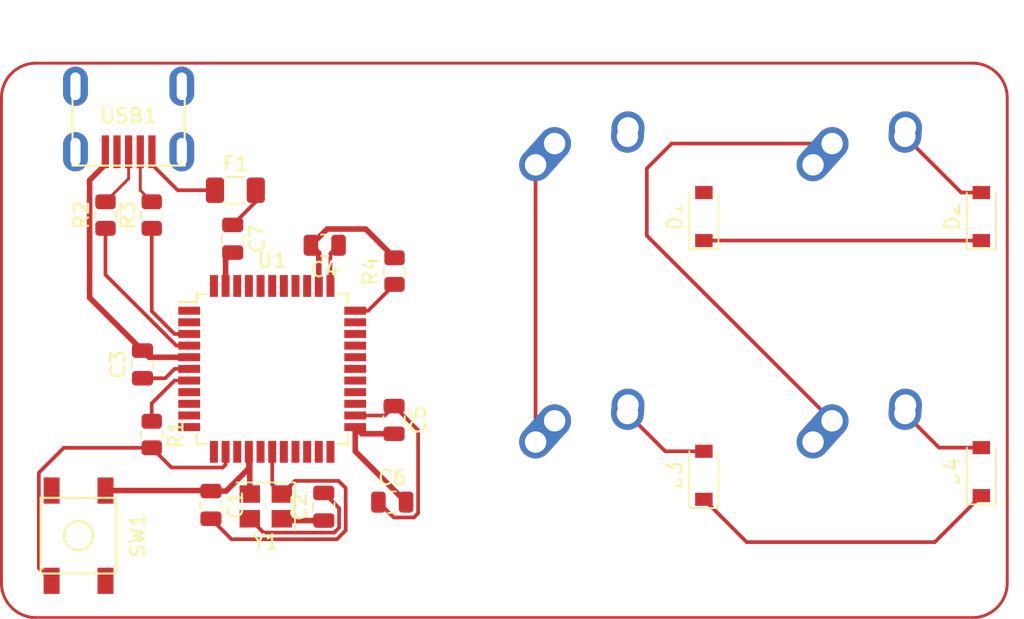
<source format=kicad_pcb>
(kicad_pcb (version 20211014) (generator pcbnew)
  (layers (0 "F.Cu" signal) (31 "B.Cu" signal) (34 "B.Paste" user) (35 "F.Paste" user) (36 "B.SilkS" user "B.Silkscreen") (37 "F.SilkS" user "F.Silkscreen") (38 "B.Mask" user) (39 "F.Mask" user) (44 "Edge.Cuts" user))
  (net 0 "")
  (net 1 "GND")
  (net 2 "Net-(C1-Pad2)")
  (net 3 "Net-(C2-Pad2)")
  (net 4 "Net-(C3-Pad1)")
  (net 5 "+5V")
  (net 6 "/ROW-0")
  (net 7 "Net-(D1-Pad2)")
  (net 8 "Net-(D2-Pad2)")
  (net 9 "/ROW-1")
  (net 10 "Net-(D3-Pad2)")
  (net 11 "Net-(D4-Pad2)")
  (net 12 "VCC")
  (net 13 "Net-(MX1-Pad1)")
  (net 14 "Net-(MX2-Pad1)")
  (net 15 "Net-(R1-Pad2)")
  (net 16 "Net-(R2-Pad1)")
  (net 17 "/D+")
  (net 18 "Net-(R3-Pad1)")
  (net 19 "/D-")
  (net 20 "Net-(R4-Pad1)")
  (footprint "Capacitor_SMD:C_0805_2012Metric" (layer "F.Cu") (at 148.402 63.312 180)
    (fp_text reference "C4" (at 0 -1.68) (layer "F.SilkS"))
    (fp_text value "0.1uF")
    (fp_line (start -0.261252 0.735) (end 0.261252 0.735) (layer "F.SilkS") (width 0.12))
    (fp_line (start -0.261252 -0.735) (end 0.261252 -0.735) (layer "F.SilkS") (width 0.12))
    (pad "1" smd roundrect (at -0.95 0 180) (size 1 1.45) (layers "F.Cu" "F.Paste" "F.Mask") (net 5 "+5V"))
    (pad "2" smd roundrect (at 0.95 0 180) (size 1 1.45) (layers "F.Cu" "F.Paste" "F.Mask") (net 1 "GND"))
  )
  (footprint "random-keyboard-parts:Molex-0548190589" (layer "F.Cu") (at 134.9375 52.3875 -90)
    (fp_text reference "USB1" (at 2.032 0) (layer "F.SilkS"))
    (fp_text value "Molex-0548190589")
    (fp_line (start 0 3.85) (end 5.45 3.85) (layer "F.SilkS") (width 0.15))
    (fp_line (start 5.45 -3.85) (end 5.45 3.85) (layer "F.SilkS") (width 0.15))
    (fp_line (start 0 -3.85) (end 5.45 -3.85) (layer "F.SilkS") (width 0.15))
    (pad "1" smd rect locked (at 4.5 1.6 270) (size 2.25 0.5) (layers "F.Cu" "F.Paste" "F.Mask") (net 1 "GND"))
    (pad "2" smd rect locked (at 4.5 0.8 270) (size 2.25 0.5) (layers "F.Cu" "F.Paste" "F.Mask"))
    (pad "3" smd rect locked (at 4.5 0 270) (size 2.25 0.5) (layers "F.Cu" "F.Paste" "F.Mask") (net 17 "/D+"))
    (pad "4" smd rect locked (at 4.5 -0.8 270) (size 2.25 0.5) (layers "F.Cu" "F.Paste" "F.Mask") (net 19 "/D-"))
    (pad "5" smd rect locked (at 4.5 -1.6 270) (size 2.25 0.5) (layers "F.Cu" "F.Paste" "F.Mask") (net 12 "VCC"))
    (pad "6" thru_hole oval locked (at 0 3.65 270) (size 2.7 1.7) (drill oval 1.9 0.7) (layers *.Cu *.Mask))
    (pad "6" thru_hole oval locked (at 0 -3.65 270) (size 2.7 1.7) (drill oval 1.9 0.7) (layers *.Cu *.Mask))
    (pad "6" thru_hole oval locked (at 4.5 -3.65 270) (size 2.7 1.7) (drill oval 1.9 0.7) (layers *.Cu *.Mask))
    (pad "6" thru_hole oval locked (at 4.5 3.65 270) (size 2.7 1.7) (drill oval 1.9 0.7) (layers *.Cu *.Mask))
  )
  (footprint "Capacitor_SMD:C_0805_2012Metric" (layer "F.Cu") (at 153.0375 80.9625)
    (fp_text reference "C6" (at 0 -1.68) (layer "F.SilkS"))
    (fp_text value "0.1uF")
    (fp_line (start -0.261252 0.735) (end 0.261252 0.735) (layer "F.SilkS") (width 0.12))
    (fp_line (start -0.261252 -0.735) (end 0.261252 -0.735) (layer "F.SilkS") (width 0.12))
    (pad "1" smd roundrect (at -0.95 0) (size 1 1.45) (layers "F.Cu" "F.Paste" "F.Mask") (net 5 "+5V"))
    (pad "2" smd roundrect (at 0.95 0) (size 1 1.45) (layers "F.Cu" "F.Paste" "F.Mask") (net 1 "GND"))
  )
  (footprint "Capacitor_SMD:C_0805_2012Metric" (layer "F.Cu") (at 153.162 75.316 -90)
    (fp_text reference "C5" (at 0 -1.68 90) (layer "F.SilkS"))
    (fp_text value "0.1uF")
    (fp_line (start -0.261252 0.735) (end 0.261252 0.735) (layer "F.SilkS") (width 0.12))
    (fp_line (start -0.261252 -0.735) (end 0.261252 -0.735) (layer "F.SilkS") (width 0.12))
    (pad "1" smd roundrect (at -0.95 0 270) (size 1 1.45) (layers "F.Cu" "F.Paste" "F.Mask") (net 5 "+5V"))
    (pad "2" smd roundrect (at 0.95 0 270) (size 1 1.45) (layers "F.Cu" "F.Paste" "F.Mask") (net 1 "GND"))
  )
  (footprint "Package_QFP:TQFP-44_10x10mm_P0.8mm" (layer "F.Cu") (at 144.795 71.808)
    (fp_text reference "U1" (at 0 -7.45) (layer "F.SilkS"))
    (fp_text value "ATmega32U4-A")
    (fp_line (start -5.175 -4.6) (end -6.45 -4.6) (layer "F.SilkS") (width 0.15))
    (fp_line (start 5.175 5.175) (end 5.175 4.5) (layer "F.SilkS") (width 0.15))
    (fp_line (start 5.175 -5.175) (end 4.5 -5.175) (layer "F.SilkS") (width 0.15))
    (fp_line (start -5.175 -5.175) (end -4.5 -5.175) (layer "F.SilkS") (width 0.15))
    (fp_line (start -5.175 5.175) (end -5.175 4.5) (layer "F.SilkS") (width 0.15))
    (fp_line (start 5.175 -5.175) (end 5.175 -4.5) (layer "F.SilkS") (width 0.15))
    (fp_line (start 5.175 5.175) (end 4.5 5.175) (layer "F.SilkS") (width 0.15))
    (fp_line (start -5.175 5.175) (end -4.5 5.175) (layer "F.SilkS") (width 0.15))
    (fp_line (start -5.175 -5.175) (end -5.175 -4.6) (layer "F.SilkS") (width 0.15))
    (pad "1" smd rect (at -5.7 -4) (size 1.5 0.55) (layers "F.Cu" "F.Paste" "F.Mask"))
    (pad "2" smd rect (at -5.7 -3.2) (size 1.5 0.55) (layers "F.Cu" "F.Paste" "F.Mask") (net 5 "+5V"))
    (pad "3" smd rect (at -5.7 -2.4) (size 1.5 0.55) (layers "F.Cu" "F.Paste" "F.Mask") (net 18 "Net-(R3-Pad1)"))
    (pad "4" smd rect (at -5.7 -1.6) (size 1.5 0.55) (layers "F.Cu" "F.Paste" "F.Mask") (net 16 "Net-(R2-Pad1)"))
    (pad "5" smd rect (at -5.7 -0.8) (size 1.5 0.55) (layers "F.Cu" "F.Paste" "F.Mask") (net 1 "GND"))
    (pad "6" smd rect (at -5.7 0) (size 1.5 0.55) (layers "F.Cu" "F.Paste" "F.Mask") (net 4 "Net-(C3-Pad1)"))
    (pad "7" smd rect (at -5.7 0.8) (size 1.5 0.55) (layers "F.Cu" "F.Paste" "F.Mask") (net 5 "+5V"))
    (pad "8" smd rect (at -5.7 1.6) (size 1.5 0.55) (layers "F.Cu" "F.Paste" "F.Mask"))
    (pad "9" smd rect (at -5.7 2.4) (size 1.5 0.55) (layers "F.Cu" "F.Paste" "F.Mask"))
    (pad "10" smd rect (at -5.7 3.2) (size 1.5 0.55) (layers "F.Cu" "F.Paste" "F.Mask"))
    (pad "11" smd rect (at -5.7 4) (size 1.5 0.55) (layers "F.Cu" "F.Paste" "F.Mask"))
    (pad "12" smd rect (at -4 5.7 90) (size 1.5 0.55) (layers "F.Cu" "F.Paste" "F.Mask"))
    (pad "13" smd rect (at -3.2 5.7 90) (size 1.5 0.55) (layers "F.Cu" "F.Paste" "F.Mask") (net 15 "Net-(R1-Pad2)"))
    (pad "14" smd rect (at -2.4 5.7 90) (size 1.5 0.55) (layers "F.Cu" "F.Paste" "F.Mask") (net 5 "+5V"))
    (pad "15" smd rect (at -1.6 5.7 90) (size 1.5 0.55) (layers "F.Cu" "F.Paste" "F.Mask") (net 1 "GND"))
    (pad "16" smd rect (at -0.8 5.7 90) (size 1.5 0.55) (layers "F.Cu" "F.Paste" "F.Mask") (net 3 "Net-(C2-Pad2)"))
    (pad "17" smd rect (at 0 5.7 90) (size 1.5 0.55) (layers "F.Cu" "F.Paste" "F.Mask") (net 2 "Net-(C1-Pad2)"))
    (pad "18" smd rect (at 0.8 5.7 90) (size 1.5 0.55) (layers "F.Cu" "F.Paste" "F.Mask"))
    (pad "19" smd rect (at 1.6 5.7 90) (size 1.5 0.55) (layers "F.Cu" "F.Paste" "F.Mask"))
    (pad "20" smd rect (at 2.4 5.7 90) (size 1.5 0.55) (layers "F.Cu" "F.Paste" "F.Mask"))
    (pad "21" smd rect (at 3.2 5.7 90) (size 1.5 0.55) (layers "F.Cu" "F.Paste" "F.Mask"))
    (pad "22" smd rect (at 4 5.7 90) (size 1.5 0.55) (layers "F.Cu" "F.Paste" "F.Mask"))
    (pad "23" smd rect (at 5.7 4) (size 1.5 0.55) (layers "F.Cu" "F.Paste" "F.Mask") (net 1 "GND"))
    (pad "24" smd rect (at 5.7 3.2) (size 1.5 0.55) (layers "F.Cu" "F.Paste" "F.Mask") (net 5 "+5V"))
    (pad "25" smd rect (at 5.7 2.4) (size 1.5 0.55) (layers "F.Cu" "F.Paste" "F.Mask"))
    (pad "26" smd rect (at 5.7 1.6) (size 1.5 0.55) (layers "F.Cu" "F.Paste" "F.Mask"))
    (pad "27" smd rect (at 5.7 0.8) (size 1.5 0.55) (layers "F.Cu" "F.Paste" "F.Mask"))
    (pad "28" smd rect (at 5.7 0) (size 1.5 0.55) (layers "F.Cu" "F.Paste" "F.Mask"))
    (pad "29" smd rect (at 5.7 -0.8) (size 1.5 0.55) (layers "F.Cu" "F.Paste" "F.Mask"))
    (pad "30" smd rect (at 5.7 -1.6) (size 1.5 0.55) (layers "F.Cu" "F.Paste" "F.Mask"))
    (pad "31" smd rect (at 5.7 -2.4) (size 1.5 0.55) (layers "F.Cu" "F.Paste" "F.Mask"))
    (pad "32" smd rect (at 5.7 -3.2) (size 1.5 0.55) (layers "F.Cu" "F.Paste" "F.Mask"))
    (pad "33" smd rect (at 5.7 -4) (size 1.5 0.55) (layers "F.Cu" "F.Paste" "F.Mask") (net 20 "Net-(R4-Pad1)"))
    (pad "34" smd rect (at 4 -5.7 90) (size 1.5 0.55) (layers "F.Cu" "F.Paste" "F.Mask") (net 5 "+5V"))
    (pad "35" smd rect (at 3.2 -5.7 90) (size 1.5 0.55) (layers "F.Cu" "F.Paste" "F.Mask") (net 1 "GND"))
    (pad "36" smd rect (at 2.4 -5.7 90) (size 1.5 0.55) (layers "F.Cu" "F.Paste" "F.Mask"))
    (pad "37" smd rect (at 1.6 -5.7 90) (size 1.5 0.55) (layers "F.Cu" "F.Paste" "F.Mask"))
    (pad "38" smd rect (at 0.8 -5.7 90) (size 1.5 0.55) (layers "F.Cu" "F.Paste" "F.Mask"))
    (pad "39" smd rect (at 0 -5.7 90) (size 1.5 0.55) (layers "F.Cu" "F.Paste" "F.Mask"))
    (pad "40" smd rect (at -0.8 -5.7 90) (size 1.5 0.55) (layers "F.Cu" "F.Paste" "F.Mask"))
    (pad "41" smd rect (at -1.6 -5.7 90) (size 1.5 0.55) (layers "F.Cu" "F.Paste" "F.Mask"))
    (pad "42" smd rect (at -2.4 -5.7 90) (size 1.5 0.55) (layers "F.Cu" "F.Paste" "F.Mask"))
    (pad "43" smd rect (at -3.2 -5.7 90) (size 1.5 0.55) (layers "F.Cu" "F.Paste" "F.Mask") (net 1 "GND"))
    (pad "44" smd rect (at -4 -5.7 90) (size 1.5 0.55) (layers "F.Cu" "F.Paste" "F.Mask") (net 5 "+5V"))
  )
  (footprint "Resistor_SMD:R_0805_2012Metric" (layer "F.Cu") (at 136.525 76.31875 -90)
    (fp_text reference "R1" (at 0 -1.65 90) (layer "F.SilkS"))
    (fp_text value "10k")
    (fp_line (start -0.227064 -0.735) (end 0.227064 -0.735) (layer "F.SilkS") (width 0.12))
    (fp_line (start -0.227064 0.735) (end 0.227064 0.735) (layer "F.SilkS") (width 0.12))
    (pad "1" smd roundrect (at -0.9125 0 270) (size 1.025 1.4) (layers "F.Cu" "F.Paste" "F.Mask") (roundrect_rratio 0.243902) (net 5 "+5V"))
    (pad "2" smd roundrect (at 0.9125 0 270) (size 1.025 1.4) (layers "F.Cu" "F.Paste" "F.Mask") (roundrect_rratio 0.243902) (net 15 "Net-(R1-Pad2)"))
  )
  (footprint "Capacitor_SMD:C_0805_2012Metric" (layer "F.Cu") (at 140.589 81.153 -90)
    (fp_text reference "C1" (at 0 -1.68 90) (layer "F.SilkS"))
    (fp_text value "22pF")
    (fp_line (start -0.261252 -0.735) (end 0.261252 -0.735) (layer "F.SilkS") (width 0.12))
    (fp_line (start -0.261252 0.735) (end 0.261252 0.735) (layer "F.SilkS") (width 0.12))
    (pad "1" smd roundrect (at -0.95 0 270) (size 1 1.45) (layers "F.Cu" "F.Paste" "F.Mask") (net 1 "GND"))
    (pad "2" smd roundrect (at 0.95 0 270) (size 1 1.45) (layers "F.Cu" "F.Paste" "F.Mask") (net 2 "Net-(C1-Pad2)"))
  )
  (footprint "Diode_SMD:D_SOD-123" (layer "F.Cu") (at 174.4345 79.12 90)
    (fp_text reference "D3" (at 0 -2 90) (layer "F.SilkS"))
    (fp_text value "SOD-123")
    (fp_line (start -2.25 1) (end 1.65 1) (layer "F.SilkS") (width 0.12))
    (fp_line (start -2.25 -1) (end -2.25 1) (layer "F.SilkS") (width 0.12))
    (fp_line (start -2.25 -1) (end 1.65 -1) (layer "F.SilkS") (width 0.12))
    (pad "1" smd rect (at -1.65 0 90) (size 0.9 1.2) (layers "F.Cu" "F.Paste" "F.Mask") (net 9 "/ROW-1"))
    (pad "2" smd rect (at 1.65 0 90) (size 0.9 1.2) (layers "F.Cu" "F.Paste" "F.Mask") (net 10 "Net-(D3-Pad2)"))
  )
  (footprint "random-keyboard-parts:SKQG-1155865" (layer "F.Cu") (at 131.5 83.26875 90)
    (fp_text reference "SW1" (at 0 4.064 90) (layer "F.SilkS"))
    (fp_text value "SW_Push")
    (fp_line (start -2.6 -2.6) (end 2.6 -2.6) (layer "F.SilkS") (width 0.15))
    (fp_line (start 2.6 2.6) (end -2.6 2.6) (layer "F.SilkS") (width 0.15))
    (fp_line (start -2.6 2.6) (end -2.6 -2.6) (layer "F.SilkS") (width 0.15))
    (fp_line (start 2.6 -2.6) (end 2.6 2.6) (layer "F.SilkS") (width 0.15))
    (fp_circle (center 0 0) (end 1 0) (layer "F.SilkS") (width 0.15) (fill none))
    (pad "1" smd rect locked (at 3.1 1.85 90) (size 1.8 1.1) (layers "F.Cu" "F.Paste" "F.Mask") (net 1 "GND"))
    (pad "2" smd rect locked (at -3.1 -1.85 90) (size 1.8 1.1) (layers "F.Cu" "F.Paste" "F.Mask") (net 15 "Net-(R1-Pad2)"))
    (pad "3" smd rect locked (at 3.1 -1.85 90) (size 1.8 1.1) (layers "F.Cu" "F.Paste" "F.Mask"))
    (pad "4" smd rect locked (at -3.1 1.85 90) (size 1.8 1.1) (layers "F.Cu" "F.Paste" "F.Mask"))
  )
  (footprint "Capacitor_SMD:C_0805_2012Metric" (layer "F.Cu") (at 142.08125 62.8625 -90)
    (fp_text reference "C7" (at 0 -1.68 90) (layer "F.SilkS"))
    (fp_text value "10uF")
    (fp_line (start -0.261252 0.735) (end 0.261252 0.735) (layer "F.SilkS") (width 0.12))
    (fp_line (start -0.261252 -0.735) (end 0.261252 -0.735) (layer "F.SilkS") (width 0.12))
    (pad "1" smd roundrect (at -0.95 0 270) (size 1 1.45) (layers "F.Cu" "F.Paste" "F.Mask") (net 5 "+5V"))
    (pad "2" smd roundrect (at 0.95 0 270) (size 1 1.45) (layers "F.Cu" "F.Paste" "F.Mask") (net 1 "GND"))
  )
  (footprint "Diode_SMD:D_SOD-123" (layer "F.Cu") (at 193.4845 61.341 90)
    (fp_text reference "D2" (at 0 -2 90) (layer "F.SilkS"))
    (fp_text value "SOD-123")
    (fp_line (start -2.25 -1) (end -2.25 1) (layer "F.SilkS") (width 0.12))
    (fp_line (start -2.25 1) (end 1.65 1) (layer "F.SilkS") (width 0.12))
    (fp_line (start -2.25 -1) (end 1.65 -1) (layer "F.SilkS") (width 0.12))
    (pad "1" smd rect (at -1.65 0 90) (size 0.9 1.2) (layers "F.Cu" "F.Paste" "F.Mask") (net 6 "/ROW-0"))
    (pad "2" smd rect (at 1.65 0 90) (size 0.9 1.2) (layers "F.Cu" "F.Paste" "F.Mask") (net 8 "Net-(D2-Pad2)"))
  )
  (footprint "Capacitor_SMD:C_0805_2012Metric" (layer "F.Cu") (at 135.89 71.501 90)
    (fp_text reference "C3" (at 0 -1.68 90) (layer "F.SilkS"))
    (fp_text value "1uF")
    (fp_line (start -0.261252 0.735) (end 0.261252 0.735) (layer "F.SilkS") (width 0.12))
    (fp_line (start -0.261252 -0.735) (end 0.261252 -0.735) (layer "F.SilkS") (width 0.12))
    (pad "1" smd roundrect (at -0.95 0 90) (size 1 1.45) (layers "F.Cu" "F.Paste" "F.Mask") (net 4 "Net-(C3-Pad1)"))
    (pad "2" smd roundrect (at 0.95 0 90) (size 1 1.45) (layers "F.Cu" "F.Paste" "F.Mask") (net 1 "GND"))
  )
  (footprint "Diode_SMD:D_SOD-123" (layer "F.Cu") (at 174.4345 61.34 90)
    (fp_text reference "D1" (at 0 -2 90) (layer "F.SilkS"))
    (fp_text value "SOD-123")
    (fp_line (start -2.25 1) (end 1.65 1) (layer "F.SilkS") (width 0.12))
    (fp_line (start -2.25 -1) (end 1.65 -1) (layer "F.SilkS") (width 0.12))
    (fp_line (start -2.25 -1) (end -2.25 1) (layer "F.SilkS") (width 0.12))
    (pad "1" smd rect (at -1.65 0 90) (size 0.9 1.2) (layers "F.Cu" "F.Paste" "F.Mask") (net 6 "/ROW-0"))
    (pad "2" smd rect (at 1.65 0 90) (size 0.9 1.2) (layers "F.Cu" "F.Paste" "F.Mask") (net 7 "Net-(D1-Pad2)"))
  )
  (footprint "Resistor_SMD:R_0805_2012Metric" (layer "F.Cu") (at 133.35 61.2375 90)
    (fp_text reference "R2" (at 0 -1.65 90) (layer "F.SilkS"))
    (fp_text value "22")
    (fp_line (start -0.227064 0.735) (end 0.227064 0.735) (layer "F.SilkS") (width 0.12))
    (fp_line (start -0.227064 -0.735) (end 0.227064 -0.735) (layer "F.SilkS") (width 0.12))
    (pad "1" smd roundrect (at -0.9125 0 90) (size 1.025 1.4) (layers "F.Cu" "F.Paste" "F.Mask") (roundrect_rratio 0.243902) (net 16 "Net-(R2-Pad1)"))
    (pad "2" smd roundrect (at 0.9125 0 90) (size 1.025 1.4) (layers "F.Cu" "F.Paste" "F.Mask") (roundrect_rratio 0.243902) (net 17 "/D+"))
  )
  (footprint "MX_Alps_Hybrid:MX-1U-NoLED" (layer "F.Cu") (at 185.7375 60.325)
    (fp_text reference "MX2")
    (fp_text value "MX-NoLED")
    (pad "" np_thru_hole circle locked (at -5.08 0 48.0996) (size 1.75 1.75) (drill 1.75) (layers *.Cu *.Mask))
    (pad "" np_thru_hole circle locked (at 0 0) (size 3.9878 3.9878) (drill 3.9878) (layers *.Cu *.Mask))
    (pad "" np_thru_hole circle locked (at 5.08 0 48.0996) (size 1.75 1.75) (drill 1.75) (layers *.Cu *.Mask))
    (pad "1" thru_hole oval locked (at -3.81 -2.54 48.0996) (size 4.211556 2.25) (drill 1.47 (offset 0.980778 0)) (layers *.Cu "B.Mask") (net 14 "Net-(MX2-Pad1)"))
    (pad "1" thru_hole circle locked (at -2.5 -4) (size 2.25 2.25) (drill 1.47) (layers *.Cu "B.Mask") (net 14 "Net-(MX2-Pad1)"))
    (pad "2" thru_hole circle locked (at 2.54 -5.08) (size 2.25 2.25) (drill 1.47) (layers *.Cu "B.Mask") (net 8 "Net-(D2-Pad2)"))
    (pad "2" thru_hole oval locked (at 2.5 -4.5 86.0548) (size 2.831378 2.25) (drill 1.47 (offset 0.290689 0)) (layers *.Cu "B.Mask") (net 8 "Net-(D2-Pad2)"))
  )
  (footprint "Resistor_SMD:R_0805_2012Metric" (layer "F.Cu") (at 153.19375 65.0875 90)
    (fp_text reference "R4" (at 0 -1.65 90) (layer "F.SilkS"))
    (fp_text value "10k")
    (fp_line (start -0.227064 0.735) (end 0.227064 0.735) (layer "F.SilkS") (width 0.12))
    (fp_line (start -0.227064 -0.735) (end 0.227064 -0.735) (layer "F.SilkS") (width 0.12))
    (pad "1" smd roundrect (at -0.9125 0 90) (size 1.025 1.4) (layers "F.Cu" "F.Paste" "F.Mask") (roundrect_rratio 0.243902) (net 20 "Net-(R4-Pad1)"))
    (pad "2" smd roundrect (at 0.9125 0 90) (size 1.025 1.4) (layers "F.Cu" "F.Paste" "F.Mask") (roundrect_rratio 0.243902) (net 1 "GND"))
  )
  (footprint "Resistor_SMD:R_0805_2012Metric" (layer "F.Cu") (at 136.525 61.2375 90)
    (fp_text reference "R3" (at 0 -1.65 90) (layer "F.SilkS"))
    (fp_text value "22")
    (fp_line (start -0.227064 -0.735) (end 0.227064 -0.735) (layer "F.SilkS") (width 0.12))
    (fp_line (start -0.227064 0.735) (end 0.227064 0.735) (layer "F.SilkS") (width 0.12))
    (pad "1" smd roundrect (at -0.9125 0 90) (size 1.025 1.4) (layers "F.Cu" "F.Paste" "F.Mask") (roundrect_rratio 0.243902) (net 18 "Net-(R3-Pad1)"))
    (pad "2" smd roundrect (at 0.9125 0 90) (size 1.025 1.4) (layers "F.Cu" "F.Paste" "F.Mask") (roundrect_rratio 0.243902) (net 19 "/D-"))
  )
  (footprint "Fuse:Fuse_1206_3216Metric" (layer "F.Cu") (at 142.26875 59.53125)
    (fp_text reference "F1" (at 0 -1.82) (layer "F.SilkS"))
    (fp_text value "500mA")
    (fp_line (start -0.602064 -0.91) (end 0.602064 -0.91) (layer "F.SilkS") (width 0.12))
    (fp_line (start -0.602064 0.91) (end 0.602064 0.91) (layer "F.SilkS") (width 0.12))
    (pad "1" smd roundrect (at -1.4 0) (size 1.25 1.75) (layers "F.Cu" "F.Paste" "F.Mask") (roundrect_rratio 0.2) (net 12 "VCC"))
    (pad "2" smd roundrect (at 1.4 0) (size 1.25 1.75) (layers "F.Cu" "F.Paste" "F.Mask") (roundrect_rratio 0.2) (net 5 "+5V"))
  )
  (footprint "MX_Alps_Hybrid:MX-1U-NoLED" (layer "F.Cu") (at 166.6875 79.375)
    (fp_text reference "MX3")
    (fp_text value "MX-NoLED")
    (pad "" np_thru_hole circle locked (at 5.08 0 48.0996) (size 1.75 1.75) (drill 1.75) (layers *.Cu *.Mask))
    (pad "" np_thru_hole circle locked (at -5.08 0 48.0996) (size 1.75 1.75) (drill 1.75) (layers *.Cu *.Mask))
    (pad "" np_thru_hole circle locked (at 0 0) (size 3.9878 3.9878) (drill 3.9878) (layers *.Cu *.Mask))
    (pad "1" thru_hole circle locked (at -2.5 -4) (size 2.25 2.25) (drill 1.47) (layers *.Cu "B.Mask") (net 13 "Net-(MX1-Pad1)"))
    (pad "1" thru_hole oval locked (at -3.81 -2.54 48.0996) (size 4.211556 2.25) (drill 1.47 (offset 0.980778 0)) (layers *.Cu "B.Mask") (net 13 "Net-(MX1-Pad1)"))
    (pad "2" thru_hole circle locked (at 2.54 -5.08) (size 2.25 2.25) (drill 1.47) (layers *.Cu "B.Mask") (net 10 "Net-(D3-Pad2)"))
    (pad "2" thru_hole oval locked (at 2.5 -4.5 86.0548) (size 2.831378 2.25) (drill 1.47 (offset 0.290689 0)) (layers *.Cu "B.Mask") (net 10 "Net-(D3-Pad2)"))
  )
  (footprint "MX_Alps_Hybrid:MX-1U-NoLED" (layer "F.Cu") (at 185.7375 79.375)
    (fp_text reference "MX4")
    (fp_text value "MX-NoLED")
    (pad "" np_thru_hole circle locked (at 5.08 0 48.0996) (size 1.75 1.75) (drill 1.75) (layers *.Cu *.Mask))
    (pad "" np_thru_hole circle locked (at -5.08 0 48.0996) (size 1.75 1.75) (drill 1.75) (layers *.Cu *.Mask))
    (pad "" np_thru_hole circle locked (at 0 0) (size 3.9878 3.9878) (drill 3.9878) (layers *.Cu *.Mask))
    (pad "1" thru_hole oval locked (at -3.81 -2.54 48.0996) (size 4.211556 2.25) (drill 1.47 (offset 0.980778 0)) (layers *.Cu "B.Mask") (net 14 "Net-(MX2-Pad1)"))
    (pad "1" thru_hole circle locked (at -2.5 -4) (size 2.25 2.25) (drill 1.47) (layers *.Cu "B.Mask") (net 14 "Net-(MX2-Pad1)"))
    (pad "2" thru_hole oval locked (at 2.5 -4.5 86.0548) (size 2.831378 2.25) (drill 1.47 (offset 0.290689 0)) (layers *.Cu "B.Mask") (net 11 "Net-(D4-Pad2)"))
    (pad "2" thru_hole circle locked (at 2.54 -5.08) (size 2.25 2.25) (drill 1.47) (layers *.Cu "B.Mask") (net 11 "Net-(D4-Pad2)"))
  )
  (footprint "Crystal:Crystal_SMD_3225-4Pin_3.2x2.5mm" (layer "F.Cu") (at 144.356 81.258 180)
    (fp_text reference "Y1" (at 0 -2.45) (layer "F.SilkS"))
    (fp_text value "16MHz")
    (fp_line (start -2 1.65) (end 2 1.65) (layer "F.SilkS") (width 0.12))
    (fp_line (start -2 -1.65) (end -2 1.65) (layer "F.SilkS") (width 0.12))
    (pad "1" smd rect (at -1.1 0.85 180) (size 1.4 1.2) (layers "F.Cu" "F.Paste" "F.Mask") (net 2 "Net-(C1-Pad2)"))
    (pad "2" smd rect (at 1.1 0.85 180) (size 1.4 1.2) (layers "F.Cu" "F.Paste" "F.Mask") (net 1 "GND"))
    (pad "3" smd rect (at 1.1 -0.85 180) (size 1.4 1.2) (layers "F.Cu" "F.Paste" "F.Mask") (net 3 "Net-(C2-Pad2)"))
    (pad "4" smd rect (at -1.1 -0.85 180) (size 1.4 1.2) (layers "F.Cu" "F.Paste" "F.Mask") (net 1 "GND"))
  )
  (footprint "Capacitor_SMD:C_0805_2012Metric" (layer "F.Cu") (at 148.336 81.28 90)
    (fp_text reference "C2" (at 0 -1.68 90) (layer "F.SilkS"))
    (fp_text value "22pF")
    (fp_line (start -0.261252 0.735) (end 0.261252 0.735) (layer "F.SilkS") (width 0.12))
    (fp_line (start -0.261252 -0.735) (end 0.261252 -0.735) (layer "F.SilkS") (width 0.12))
    (pad "1" smd roundrect (at -0.95 0 90) (size 1 1.45) (layers "F.Cu" "F.Paste" "F.Mask") (net 1 "GND"))
    (pad "2" smd roundrect (at 0.95 0 90) (size 1 1.45) (layers "F.Cu" "F.Paste" "F.Mask") (net 3 "Net-(C2-Pad2)"))
  )
  (footprint "MX_Alps_Hybrid:MX-1U-NoLED" (layer "F.Cu") (at 166.6875 60.325)
    (fp_text reference "MX1")
    (fp_text value "MX-NoLED")
    (pad "" np_thru_hole circle locked (at 0 0) (size 3.9878 3.9878) (drill 3.9878) (layers *.Cu *.Mask))
    (pad "" np_thru_hole circle locked (at -5.08 0 48.0996) (size 1.75 1.75) (drill 1.75) (layers *.Cu *.Mask))
    (pad "" np_thru_hole circle locked (at 5.08 0 48.0996) (size 1.75 1.75) (drill 1.75) (layers *.Cu *.Mask))
    (pad "1" thru_hole oval locked (at -3.81 -2.54 48.0996) (size 4.211556 2.25) (drill 1.47 (offset 0.980778 0)) (layers *.Cu "B.Mask") (net 13 "Net-(MX1-Pad1)"))
    (pad "1" thru_hole circle locked (at -2.5 -4) (size 2.25 2.25) (drill 1.47) (layers *.Cu "B.Mask") (net 13 "Net-(MX1-Pad1)"))
    (pad "2" thru_hole circle locked (at 2.54 -5.08) (size 2.25 2.25) (drill 1.47) (layers *.Cu "B.Mask") (net 7 "Net-(D1-Pad2)"))
    (pad "2" thru_hole oval locked (at 2.5 -4.5 86.0548) (size 2.831378 2.25) (drill 1.47 (offset 0.290689 0)) (layers *.Cu "B.Mask") (net 7 "Net-(D1-Pad2)"))
  )
  (footprint "Diode_SMD:D_SOD-123" (layer "F.Cu") (at 193.4845 78.867 90)
    (fp_text reference "D4" (at 0 -2 90) (layer "F.SilkS"))
    (fp_text value "SOD-123")
    (fp_line (start -2.25 -1) (end 1.65 -1) (layer "F.SilkS") (width 0.12))
    (fp_line (start -2.25 1) (end 1.65 1) (layer "F.SilkS") (width 0.12))
    (fp_line (start -2.25 -1) (end -2.25 1) (layer "F.SilkS") (width 0.12))
    (pad "1" smd rect (at -1.65 0 90) (size 0.9 1.2) (layers "F.Cu" "F.Paste" "F.Mask") (net 9 "/ROW-1"))
    (pad "2" smd rect (at 1.65 0 90) (size 0.9 1.2) (layers "F.Cu" "F.Paste" "F.Mask") (net 11 "Net-(D4-Pad2)"))
  )
  (gr_arc (start 195.2625 86.51875) (mid 194.565048 88.202548) (end 192.88125 88.9) (layer "F.Cu") (width 0.2))
  (gr_line (start 192.88125 50.8) (end 128.5875 50.8) (layer "F.Cu") (width 0.2))
  (gr_arc (start 126.20625 53.18125) (mid 126.903702 51.497452) (end 128.5875 50.8) (layer "F.Cu") (width 0.2))
  (gr_arc (start 128.5875 88.9) (mid 126.903702 88.202548) (end 126.20625 86.51875) (layer "F.Cu") (width 0.2))
  (gr_line (start 192.88125 88.9) (end 128.5875 88.9) (layer "F.Cu") (width 0.2))
  (gr_arc (start 192.88125 50.8) (mid 194.565048 51.497452) (end 195.2625 53.18125) (layer "F.Cu") (width 0.2))
  (gr_line (start 126.20625 86.51875) (end 126.20625 53.18125) (layer "F.Cu") (width 0.2))
  (gr_line (start 195.2625 53.18125) (end 195.2625 86.51875) (layer "F.Cu") (width 0.2))
  (segment (start 129.65 80.16875) (end 129.65 79.64375) (width 0.254) (layer "F.Cu") (net 0))
  (segment (start 129.65 79.64375) (end 129.38125 79.375) (width 0.254) (layer "F.Cu") (net 0))
  (segment (start 143.256 80.408) (end 143.256 77.569) (width 0.381) (layer "F.Cu") (net 1))
  (segment (start 153.162 76.266) (end 150.953 76.266) (width 0.381) (layer "F.Cu") (net 1))
  (segment (start 136.347 71.008) (end 139.095 71.008) (width 0.381) (layer "F.Cu") (net 1))
  (segment (start 142.08125 63.8125) (end 141.595 64.29875) (width 0.381) (layer "F.Cu") (net 1))
  (segment (start 143.195 78.639) (end 143.195 77.508) (width 0.381) (layer "F.Cu") (net 1))
  (segment (start 140.589 80.203) (end 141.631 80.203) (width 0.381) (layer "F.Cu") (net 1))
  (segment (start 150.953 76.266) (end 150.495 75.808) (width 0.381) (layer "F.Cu") (net 1))
  (segment (start 133.35 80.16875) (end 140.55475 80.16875) (width 0.381) (layer "F.Cu") (net 1))
  (segment (start 140.55475 80.16875) (end 140.589 80.203) (width 0.381) (layer "F.Cu") (net 1))
  (segment (start 141.595 64.29875) (end 141.595 66.108) (width 0.381) (layer "F.Cu") (net 1))
  (segment (start 148.336 82.23) (end 145.578 82.23) (width 0.381) (layer "F.Cu") (net 1))
  (segment (start 141.631 80.203) (end 143.195 78.639) (width 0.381) (layer "F.Cu") (net 1))
  (segment (start 153.9875 80.9625) (end 150.495 77.47) (width 0.381) (layer "F.Cu") (net 1))
  (segment (start 153.19375 64.175) (end 151.21525 62.1965) (width 0.381) (layer "F.Cu") (net 1))
  (segment (start 151.21525 62.1965) (end 148.5675 62.1965) (width 0.381) (layer "F.Cu") (net 1))
  (segment (start 133.3375 56.8875) (end 133.3375 57.7625) (width 0.381) (layer "F.Cu") (net 1))
  (segment (start 133.3375 57.7625) (end 132.2595 58.8405) (width 0.381) (layer "F.Cu") (net 1))
  (segment (start 132.2595 58.8405) (end 132.2595 66.9205) (width 0.381) (layer "F.Cu") (net 1))
  (segment (start 143.256 77.569) (end 143.195 77.508) (width 0.381) (layer "F.Cu") (net 1))
  (segment (start 150.495 77.47) (end 150.495 75.808) (width 0.381) (layer "F.Cu") (net 1))
  (segment (start 147.452 63.312) (end 147.995 63.855) (width 0.381) (layer "F.Cu") (net 1))
  (segment (start 132.2595 66.9205) (end 135.89 70.551) (width 0.381) (layer "F.Cu") (net 1))
  (segment (start 145.578 82.23) (end 145.456 82.108) (width 0.381) (layer "F.Cu") (net 1))
  (segment (start 148.5675 62.1965) (end 147.452 63.312) (width 0.381) (layer "F.Cu") (net 1))
  (segment (start 135.89 70.551) (end 136.347 71.008) (width 0.381) (layer "F.Cu") (net 1))
  (segment (start 147.995 63.855) (end 147.995 66.108) (width 0.381) (layer "F.Cu") (net 1))
  (segment (start 144.795 79.747) (end 144.795 77.508) (width 0.254) (layer "F.Cu") (net 2))
  (segment (start 149.238054 83.511) (end 149.842 82.907053) (width 0.254) (layer "F.Cu") (net 2))
  (segment (start 145.456 80.408) (end 144.795 79.747) (width 0.254) (layer "F.Cu") (net 2))
  (segment (start 146.361 79.503) (end 145.456 80.408) (width 0.254) (layer "F.Cu") (net 2))
  (segment (start 149.353 79.503) (end 146.361 79.503) (width 0.254) (layer "F.Cu") (net 2))
  (segment (start 149.842 82.907053) (end 149.842 79.992) (width 0.254) (layer "F.Cu") (net 2))
  (segment (start 140.589 82.103) (end 141.997 83.511) (width 0.254) (layer "F.Cu") (net 2))
  (segment (start 149.842 79.992) (end 149.353 79.503) (width 0.254) (layer "F.Cu") (net 2))
  (segment (start 141.997 83.511) (end 149.238054 83.511) (width 0.254) (layer "F.Cu") (net 2))
  (segment (start 148.336 80.33) (end 149.388 81.382) (width 0.254) (layer "F.Cu") (net 3))
  (segment (start 149.388 81.382) (end 149.388 82.719001) (width 0.254) (layer "F.Cu") (net 3))
  (segment (start 144.205 83.057) (end 143.256 82.108) (width 0.254) (layer "F.Cu") (net 3))
  (segment (start 149.050001 83.057) (end 144.205 83.057) (width 0.254) (layer "F.Cu") (net 3))
  (segment (start 149.388 82.719001) (end 149.050001 83.057) (width 0.254) (layer "F.Cu") (net 3))
  (segment (start 135.89 72.451) (end 137.448 72.451) (width 0.254) (layer "F.Cu") (net 4))
  (segment (start 138.091 71.808) (end 139.095 71.808) (width 0.254) (layer "F.Cu") (net 4))
  (segment (start 137.448 72.451) (end 138.091 71.808) (width 0.254) (layer "F.Cu") (net 4))
  (segment (start 152.0875 80.9625) (end 153.1395 82.0145) (width 0.254) (layer "F.Cu") (net 5))
  (segment (start 152.52 75.008) (end 150.495 75.008) (width 0.254) (layer "F.Cu") (net 5))
  (segment (start 148.795 63.869) (end 148.795 66.108) (width 0.254) (layer "F.Cu") (net 5))
  (segment (start 153.1395 82.0145) (end 154.523 82.0145) (width 0.254) (layer "F.Cu") (net 5))
  (segment (start 136.525 75.40625) (end 136.525 74.174) (width 0.254) (layer "F.Cu") (net 5))
  (segment (start 142.08125 61.9125) (end 143.66875 60.325) (width 0.254) (layer "F.Cu") (net 5))
  (segment (start 154.8145 76.0185) (end 153.162 74.366) (width 0.254) (layer "F.Cu") (net 5))
  (segment (start 136.525 74.174) (end 138.091 72.608) (width 0.254) (layer "F.Cu") (net 5))
  (segment (start 154.8145 81.723) (end 154.8145 76.0185) (width 0.254) (layer "F.Cu") (net 5))
  (segment (start 138.091 72.608) (end 139.095 72.608) (width 0.254) (layer "F.Cu") (net 5))
  (segment (start 154.523 82.0145) (end 154.8145 81.723) (width 0.254) (layer "F.Cu") (net 5))
  (segment (start 149.352 63.312) (end 148.795 63.869) (width 0.254) (layer "F.Cu") (net 5))
  (segment (start 153.162 74.366) (end 152.52 75.008) (width 0.254) (layer "F.Cu") (net 5))
  (segment (start 143.66875 60.325) (end 143.66875 59.53125) (width 0.254) (layer "F.Cu") (net 5))
  (segment (start 174.4345 62.99) (end 193.4835 62.99) (width 0.254) (layer "F.Cu") (net 6))
  (segment (start 193.4835 62.99) (end 193.4845 62.991) (width 0.254) (layer "F.Cu") (net 6))
  (segment (start 193.4845 59.691) (end 192.1035 59.691) (width 0.254) (layer "F.Cu") (net 8))
  (segment (start 192.1035 59.691) (end 188.2375 55.825) (width 0.254) (layer "F.Cu") (net 8))
  (segment (start 190.291481 83.710019) (end 193.4845 80.517) (width 0.254) (layer "F.Cu") (net 9))
  (segment (start 174.4345 80.77) (end 177.374519 83.710019) (width 0.254) (layer "F.Cu") (net 9))
  (segment (start 177.374519 83.710019) (end 190.291481 83.710019) (width 0.254) (layer "F.Cu") (net 9))
  (segment (start 174.4345 77.47) (end 171.7825 77.47) (width 0.254) (layer "F.Cu") (net 10))
  (segment (start 171.7825 77.47) (end 169.1875 74.875) (width 0.254) (layer "F.Cu") (net 10))
  (segment (start 190.5795 77.217) (end 188.2375 74.875) (width 0.254) (layer "F.Cu") (net 11))
  (segment (start 193.4845 77.217) (end 190.5795 77.217) (width 0.254) (layer "F.Cu") (net 11))
  (segment (start 138.30625 59.53125) (end 140.86875 59.53125) (width 0.254) (layer "F.Cu") (net 12))
  (segment (start 136.5375 56.8875) (end 136.5375 57.7625) (width 0.254) (layer "F.Cu") (net 12))
  (segment (start 136.5375 57.7625) (end 138.30625 59.53125) (width 0.254) (layer "F.Cu") (net 12))
  (segment (start 162.8775 57.785) (end 162.8775 76.835) (width 0.254) (layer "F.Cu") (net 13))
  (segment (start 172.226307 56.325) (end 170.515499 58.035808) (width 0.254) (layer "F.Cu") (net 14))
  (segment (start 170.515499 58.035808) (end 170.515499 62.652999) (width 0.254) (layer "F.Cu") (net 14))
  (segment (start 183.2375 56.325) (end 172.226307 56.325) (width 0.254) (layer "F.Cu") (net 14))
  (segment (start 170.515499 62.652999) (end 183.2375 75.375) (width 0.254) (layer "F.Cu") (net 14))
  (segment (start 136.525 77.23125) (end 137.87875 78.585) (width 0.254) (layer "F.Cu") (net 15))
  (segment (start 137.87875 78.585) (end 141.397 78.585) (width 0.254) (layer "F.Cu") (net 15))
  (segment (start 129.65 86.36875) (end 128.773 85.49175) (width 0.254) (layer "F.Cu") (net 15))
  (segment (start 141.595 78.387) (end 141.595 77.508) (width 0.254) (layer "F.Cu") (net 15))
  (segment (start 128.773 78.94175) (end 130.4835 77.23125) (width 0.254) (layer "F.Cu") (net 15))
  (segment (start 130.4835 77.23125) (end 136.525 77.23125) (width 0.254) (layer "F.Cu") (net 15))
  (segment (start 141.397 78.585) (end 141.595 78.387) (width 0.254) (layer "F.Cu") (net 15))
  (segment (start 128.773 85.49175) (end 128.773 78.94175) (width 0.254) (layer "F.Cu") (net 15))
  (segment (start 133.35 62.15) (end 133.35 65.342) (width 0.254) (layer "F.Cu") (net 16))
  (segment (start 133.35 65.342) (end 138.216 70.208) (width 0.254) (layer "F.Cu") (net 16))
  (segment (start 138.216 70.208) (end 139.095 70.208) (width 0.254) (layer "F.Cu") (net 16))
  (segment (start 134.9375 56.8875) (end 134.9375 58.7375) (width 0.2) (layer "F.Cu") (net 17))
  (segment (start 134.9375 58.7375) (end 133.35 60.325) (width 0.2) (layer "F.Cu") (net 17))
  (segment (start 136.525 67.842) (end 138.091 69.408) (width 0.254) (layer "F.Cu") (net 18))
  (segment (start 138.091 69.408) (end 139.095 69.408) (width 0.254) (layer "F.Cu") (net 18))
  (segment (start 136.525 62.15) (end 136.525 67.842) (width 0.254) (layer "F.Cu") (net 18))
  (segment (start 135.7375 56.8875) (end 135.7375 59.5375) (width 0.2) (layer "F.Cu") (net 19))
  (segment (start 135.7375 59.5375) (end 136.525 60.325) (width 0.2) (layer "F.Cu") (net 19))
  (segment (start 153.19375 66) (end 151.38575 67.808) (width 0.254) (layer "F.Cu") (net 20))
  (segment (start 151.38575 67.808) (end 150.495 67.808) (width 0.254) (layer "F.Cu") (net 20))
)
</source>
